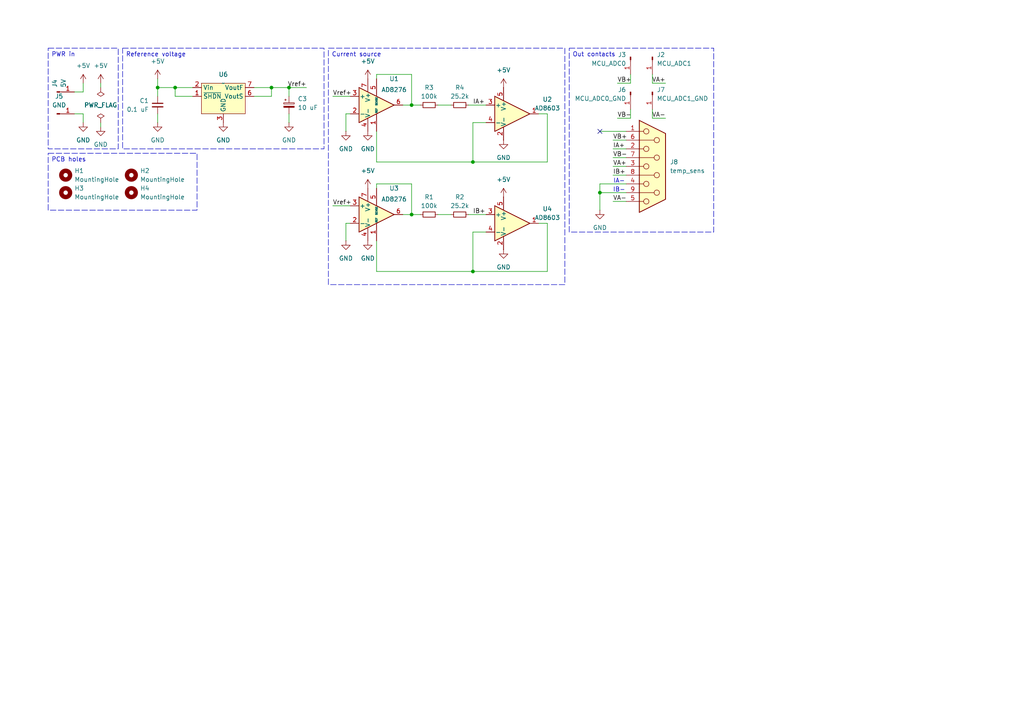
<source format=kicad_sch>
(kicad_sch (version 20250114) (generator "eeschema") (generator_version "9.0")
  (paper "A4")
  (lib_symbols
    (symbol "+5V_1" (power) (pin_numbers (hide yes)) (pin_names (offset 0) (hide yes))
      (property "Value" "+5V" (at 0 3.556 0))
      (symbol "+5V_1_0_1"
        (polyline (pts (xy -0.762 1.27) (xy 0 2.54)))
        (polyline (pts (xy 0 2.54) (xy 0.762 1.27)))
        (polyline (pts (xy 0 0) (xy 0 2.54)))
      )
      (symbol "+5V_1_1_1"
        (pin power_in line (at 0 0 90) (length 0) (name "~") (number "1"))
      )
    )
    (symbol "Amplifier_Difference:AD8276" (pin_names (offset 0.127))
      (property "Reference" "U" (at 7.62 5.08 0))
      (property "Value" "AD8276" (at 7.62 2.54 0))
      (symbol "AD8276_0_1"
        (polyline (pts (xy -5.08 5.08) (xy 5.08 0) (xy -5.08 -5.08) (xy -5.08 5.08)) (stroke (width 0.254)) (fill (type background)))
      )
      (symbol "AD8276_1_1"
        (pin passive line (at -7.62 2.54 0) (length 2.54) (name "+") (number "3"))
        (pin passive line (at -7.62 -2.54 0) (length 2.54) (name "-") (number "2"))
        (pin no_connect line (at -5.08 0 0) (length 2.54) (hide yes) (name "~") (number "8"))
        (pin power_in line (at -2.54 7.62 270) (length 3.81) (name "V+") (number "7"))
        (pin power_in line (at -2.54 -7.62 90) (length 3.81) (name "V-") (number "4"))
        (pin passive line (at 0 7.62 270) (length 5.08) (name "SENSE") (number "5"))
        (pin passive line (at 0 -7.62 90) (length 5.08) (name "REF") (number "1"))
        (pin output line (at 7.62 0 180) (length 2.54) (name "~") (number "6"))
      )
    )
    (symbol "Amplifier_Operational:AD8603" (pin_names (offset 0.127))
      (property "Reference" "U" (at 0 5.08 0))
      (property "Value" "AD8603" (at 0 -5.08 0))
      (symbol "AD8603_0_1"
        (polyline (pts (xy -5.08 5.08) (xy 5.08 0) (xy -5.08 -5.08) (xy -5.08 5.08)) (stroke (width 0.254)) (fill (type background)))
        (pin power_in line (at -2.54 7.62 270) (length 3.81) (name "V+") (number "5"))
        (pin power_in line (at -2.54 -7.62 90) (length 3.81) (name "V-") (number "2"))
      )
      (symbol "AD8603_1_1"
        (pin input line (at -7.62 2.54 0) (length 2.54) (name "+") (number "3"))
        (pin input line (at -7.62 -2.54 0) (length 2.54) (name "-") (number "4"))
        (pin output line (at 7.62 0 180) (length 2.54) (name "~") (number "1"))
      )
    )
    (symbol "Connector:Conn_01x01_Pin" (pin_names (offset 1.016) (hide yes))
      (property "Reference" "J" (at 0 2.54 0))
      (property "Value" "Conn_01x01_Pin" (at 0 -2.54 0))
      (symbol "Conn_01x01_Pin_1_1"
        (rectangle (start 0.8636 0.127) (end 0 -0.127) (stroke (width 0.1524)) (fill (type outline)))
        (polyline (pts (xy 1.27 0) (xy 0.8636 0)) (stroke (width 0.1524)))
        (pin passive line (at 5.08 0 180) (length 3.81) (name "Pin_1") (number "1"))
      )
    )
    (symbol "Connector:DE9_Socket" (pin_names (offset 1.016) (hide yes))
      (property "Reference" "J" (at 0 13.97 0))
      (property "Value" "DE9_Socket" (at 0 -14.605 0))
      (symbol "DE9_Socket_0_1"
        (polyline (pts (xy -3.81 13.335) (xy -3.81 -13.335) (xy 3.81 -9.525) (xy 3.81 9.525) (xy -3.81 13.335)) (stroke (width 0.254)) (fill (type background)))
        (polyline (pts (xy -3.81 10.16) (xy -2.54 10.16)))
        (polyline (pts (xy -3.81 7.62) (xy 0.508 7.62)))
        (polyline (pts (xy -3.81 5.08) (xy -2.54 5.08)))
        (polyline (pts (xy -3.81 2.54) (xy 0.508 2.54)))
        (polyline (pts (xy -3.81 0) (xy -2.54 0)))
        (polyline (pts (xy -3.81 -2.54) (xy 0.508 -2.54)))
        (polyline (pts (xy -3.81 -5.08) (xy -2.54 -5.08)))
        (polyline (pts (xy -3.81 -7.62) (xy 0.508 -7.62)))
        (polyline (pts (xy -3.81 -10.16) (xy -2.54 -10.16)))
        (circle (center -1.778 10.16) (radius 0.762))
        (circle (center -1.778 5.08) (radius 0.762))
        (circle (center -1.778 0) (radius 0.762))
        (circle (center -1.778 -5.08) (radius 0.762))
        (circle (center -1.778 -10.16) (radius 0.762))
        (circle (center 1.27 7.62) (radius 0.762))
        (circle (center 1.27 2.54) (radius 0.762))
        (circle (center 1.27 -2.54) (radius 0.762))
        (circle (center 1.27 -7.62) (radius 0.762))
      )
      (symbol "DE9_Socket_1_1"
        (pin passive line (at -7.62 10.16 0) (length 3.81) (name "1") (number "1"))
        (pin passive line (at -7.62 7.62 0) (length 3.81) (name "6") (number "6"))
        (pin passive line (at -7.62 5.08 0) (length 3.81) (name "2") (number "2"))
        (pin passive line (at -7.62 2.54 0) (length 3.81) (name "7") (number "7"))
        (pin passive line (at -7.62 0 0) (length 3.81) (name "3") (number "3"))
        (pin passive line (at -7.62 -2.54 0) (length 3.81) (name "8") (number "8"))
        (pin passive line (at -7.62 -5.08 0) (length 3.81) (name "4") (number "4"))
        (pin passive line (at -7.62 -7.62 0) (length 3.81) (name "9") (number "9"))
        (pin passive line (at -7.62 -10.16 0) (length 3.81) (name "5") (number "5"))
      )
    )
    (symbol "Device:C_Polarized_Small" (pin_numbers (hide yes)) (pin_names (offset 0.254) (hide yes))
      (property "Reference" "C" (at 0.254 1.778 0))
      (property "Value" "C_Polarized_Small" (at 0.254 -2.032 0))
      (symbol "C_Polarized_Small_0_1"
        (rectangle (start -1.524 0.6858) (end 1.524 0.3048))
        (rectangle (start -1.524 -0.3048) (end 1.524 -0.6858) (fill (type outline)))
        (polyline (pts (xy -1.27 1.524) (xy -0.762 1.524)))
        (polyline (pts (xy -1.016 1.27) (xy -1.016 1.778)))
      )
      (symbol "C_Polarized_Small_1_1"
        (pin passive line (at 0 2.54 270) (length 1.8542) (name "~") (number "1"))
        (pin passive line (at 0 -2.54 90) (length 1.8542) (name "~") (number "2"))
      )
    )
    (symbol "Device:C_Small" (pin_numbers (hide yes)) (pin_names (offset 0.254) (hide yes))
      (property "Reference" "C" (at 0.254 1.778 0))
      (property "Value" "C_Small" (at 0.254 -2.032 0))
      (symbol "C_Small_0_1"
        (polyline (pts (xy -1.524 0.508) (xy 1.524 0.508)) (stroke (width 0.3048)))
        (polyline (pts (xy -1.524 -0.508) (xy 1.524 -0.508)) (stroke (width 0.3302)))
      )
      (symbol "C_Small_1_1"
        (pin passive line (at 0 2.54 270) (length 2.032) (name "~") (number "1"))
        (pin passive line (at 0 -2.54 90) (length 2.032) (name "~") (number "2"))
      )
    )
    (symbol "Device:R_Small" (pin_numbers (hide yes)) (pin_names (offset 0.254) (hide yes))
      (property "Reference" "R" (at 0.762 0.508 0))
      (property "Value" "R_Small" (at 0.762 -1.016 0))
      (symbol "R_Small_0_1"
        (rectangle (start -0.762 1.778) (end 0.762 -1.778) (stroke (width 0.2032)))
      )
      (symbol "R_Small_1_1"
        (pin passive line (at 0 2.54 270) (length 0.762) (name "~") (number "1"))
        (pin passive line (at 0 -2.54 90) (length 0.762) (name "~") (number "2"))
      )
    )
    (symbol "GND_1" (power) (pin_numbers (hide yes)) (pin_names (offset 0) (hide yes))
      (property "Value" "GND" (at 0 -3.81 0))
      (symbol "GND_1_0_1"
        (polyline (pts (xy 0 0) (xy 0 -1.27) (xy 1.27 -1.27) (xy 0 -2.54) (xy -1.27 -1.27) (xy 0 -1.27)))
      )
      (symbol "GND_1_1_1"
        (pin power_in line (at 0 0 270) (length 0) (name "~") (number "1"))
      )
    )
    (symbol "LTC6655_1"
      (property "Reference" "U" (at 0 7.62 0))
      (symbol "LTC6655_1_1_1"
        (rectangle (start -6.35 6.35) (end 6.35 -2.54) (fill (type background)))
        (pin input line (at -8.89 5.08 0) (length 2.54) (name "Vin") (number "2"))
        (pin input line (at -8.89 2.54 0) (length 2.54) (name "~{SHDN}") (number "1"))
        (pin input line (at 0 -5.08 90) (length 2.54) (name "GND") (number "3"))
        (pin input line (at 0 -5.08 90) (length 2.54) (hide yes) (name "GND") (number "4"))
        (pin input line (at 0 -5.08 90) (length 2.54) (hide yes) (name "GND") (number "5"))
        (pin input line (at 0 -5.08 90) (length 2.54) (hide yes) (name "GND") (number "8"))
        (pin output line (at 8.89 5.08 180) (length 2.54) (name "VoutF") (number "7"))
        (pin bidirectional line (at 8.89 2.54 180) (length 2.54) (name "VoutS") (number "6"))
      )
    )
    (symbol "Mechanical:MountingHole" (pin_names (offset 1.016))
      (property "Reference" "H" (at 0 5.08 0))
      (property "Value" "MountingHole" (at 0 3.175 0))
      (symbol "MountingHole_0_1"
        (circle (center 0 0) (radius 1.27) (stroke (width 1.27)))
      )
    )
    (symbol "power:PWR_FLAG" (power) (pin_numbers (hide yes)) (pin_names (offset 0) (hide yes))
      (property "Value" "PWR_FLAG" (at 0 3.81 0))
      (symbol "PWR_FLAG_0_0"
        (pin power_out line (at 0 0 90) (length 0) (name "~") (number "1"))
      )
      (symbol "PWR_FLAG_0_1"
        (polyline (pts (xy 0 0) (xy 0 1.27) (xy -1.016 1.905) (xy 0 2.54) (xy 1.016 1.905) (xy 0 1.27)))
      )
    )
  )
  (text "IB-" (at 179.578 55.118 0) (effects (font (size 1.27 1.27))))
  (text "IA-" (at 179.578 52.578 0) (effects (font (size 1.27 1.27))))
  (text_box "PWR in" (at 13.97 13.97 0) (size 20.32 29.21) (margins 0.9525 0.9525 0.9525 0.9525) (stroke (width 0) (type dash)) (effects (font (size 1.27 1.27)) (justify left top)))
  (text_box "Current source" (at 95.25 13.97 0) (size 68.58 68.58) (margins 0.9525 0.9525 0.9525 0.9525) (stroke (width 0) (type dash)) (effects (font (size 1.27 1.27)) (justify left top)))
  (text_box "Out contacts" (at 165.1 13.97 0) (size 41.91 53.34) (margins 0.9525 0.9525 0.9525 0.9525) (stroke (width 0) (type dash)) (effects (font (size 1.27 1.27)) (justify left top)))
  (text_box "Reference voltage" (at 35.56 13.97 0) (size 58.42 29.21) (margins 0.9525 0.9525 0.9525 0.9525) (stroke (width 0) (type dash)) (effects (font (size 1.27 1.27)) (justify left top)))
  (text_box "PCB holes" (at 13.97 44.45 0) (size 43.18 16.51) (margins 0.9525 0.9525 0.9525 0.9525) (stroke (width 0) (type dash)) (effects (font (size 1.27 1.27)) (justify left top)))
  (junction (at 173.99 55.88))
  (junction (at 78.74 25.4))
  (junction (at 137.16 46.99))
  (junction (at 119.38 30.48))
  (junction (at 50.8 25.4))
  (junction (at 137.16 78.74))
  (junction (at 45.72 25.4))
  (junction (at 83.82 25.4))
  (junction (at 119.38 62.23))
  (no_connect (at 173.99 38.1))
  (wire (pts (xy 177.8 50.8) (xy 181.61 50.8)))
  (wire (pts (xy 83.82 33.02) (xy 83.82 35.56)))
  (wire (pts (xy 182.88 21.59) (xy 182.88 24.13)))
  (wire (pts (xy 158.75 33.02) (xy 158.75 46.99)))
  (wire (pts (xy 50.8 27.94) (xy 50.8 25.4)))
  (wire (pts (xy 21.59 26.67) (xy 24.13 26.67)))
  (wire (pts (xy 137.16 67.31) (xy 140.97 67.31)))
  (wire (pts (xy 119.38 30.48) (xy 121.92 30.48)))
  (wire (pts (xy 109.22 46.99) (xy 109.22 38.1)))
  (wire (pts (xy 173.99 55.88) (xy 173.99 60.96)))
  (wire (pts (xy 179.07 24.13) (xy 182.88 24.13)))
  (wire (pts (xy 119.38 53.34) (xy 119.38 62.23)))
  (wire (pts (xy 96.52 59.69) (xy 101.6 59.69)))
  (wire (pts (xy 96.52 27.94) (xy 101.6 27.94)))
  (wire (pts (xy 24.13 33.02) (xy 24.13 35.56)))
  (wire (pts (xy 45.72 22.86) (xy 45.72 25.4)))
  (wire (pts (xy 177.8 48.26) (xy 181.61 48.26)))
  (wire (pts (xy 109.22 78.74) (xy 109.22 69.85)))
  (wire (pts (xy 137.16 46.99) (xy 109.22 46.99)))
  (wire (pts (xy 21.59 33.02) (xy 24.13 33.02)))
  (wire (pts (xy 119.38 21.59) (xy 119.38 30.48)))
  (wire (pts (xy 29.21 24.13) (xy 29.21 25.4)))
  (wire (pts (xy 73.66 25.4) (xy 78.74 25.4)))
  (wire (pts (xy 182.88 31.75) (xy 182.88 34.29)))
  (wire (pts (xy 137.16 78.74) (xy 137.16 67.31)))
  (wire (pts (xy 173.99 53.34) (xy 181.61 53.34)))
  (wire (pts (xy 100.33 33.02) (xy 100.33 38.1)))
  (wire (pts (xy 137.16 46.99) (xy 137.16 35.56)))
  (wire (pts (xy 173.99 38.1) (xy 181.61 38.1)))
  (wire (pts (xy 127 62.23) (xy 130.81 62.23)))
  (wire (pts (xy 29.21 35.56) (xy 29.21 36.83)))
  (wire (pts (xy 50.8 25.4) (xy 55.88 25.4)))
  (wire (pts (xy 45.72 33.02) (xy 45.72 35.56)))
  (wire (pts (xy 135.89 30.48) (xy 140.97 30.48)))
  (wire (pts (xy 156.21 33.02) (xy 158.75 33.02)))
  (wire (pts (xy 173.99 53.34) (xy 173.99 55.88)))
  (wire (pts (xy 78.74 25.4) (xy 78.74 27.94)))
  (wire (pts (xy 173.99 55.88) (xy 181.61 55.88)))
  (wire (pts (xy 78.74 27.94) (xy 73.66 27.94)))
  (wire (pts (xy 101.6 64.77) (xy 100.33 64.77)))
  (wire (pts (xy 109.22 53.34) (xy 109.22 54.61)))
  (wire (pts (xy 137.16 46.99) (xy 158.75 46.99)))
  (wire (pts (xy 109.22 21.59) (xy 119.38 21.59)))
  (wire (pts (xy 137.16 78.74) (xy 109.22 78.74)))
  (wire (pts (xy 135.89 62.23) (xy 140.97 62.23)))
  (wire (pts (xy 177.8 58.42) (xy 181.61 58.42)))
  (wire (pts (xy 24.13 24.13) (xy 24.13 26.67)))
  (wire (pts (xy 177.8 45.72) (xy 181.61 45.72)))
  (wire (pts (xy 83.82 25.4) (xy 83.82 27.94)))
  (wire (pts (xy 189.23 31.75) (xy 189.23 34.29)))
  (wire (pts (xy 45.72 25.4) (xy 45.72 27.94)))
  (wire (pts (xy 156.21 64.77) (xy 158.75 64.77)))
  (wire (pts (xy 158.75 64.77) (xy 158.75 78.74)))
  (wire (pts (xy 116.84 30.48) (xy 119.38 30.48)))
  (wire (pts (xy 189.23 24.13) (xy 193.04 24.13)))
  (wire (pts (xy 189.23 21.59) (xy 189.23 24.13)))
  (wire (pts (xy 55.88 27.94) (xy 50.8 27.94)))
  (wire (pts (xy 137.16 35.56) (xy 140.97 35.56)))
  (wire (pts (xy 127 30.48) (xy 130.81 30.48)))
  (wire (pts (xy 100.33 64.77) (xy 100.33 69.85)))
  (wire (pts (xy 78.74 25.4) (xy 83.82 25.4)))
  (wire (pts (xy 109.22 21.59) (xy 109.22 22.86)))
  (wire (pts (xy 177.8 40.64) (xy 181.61 40.64)))
  (wire (pts (xy 179.07 34.29) (xy 182.88 34.29)))
  (wire (pts (xy 137.16 78.74) (xy 158.75 78.74)))
  (wire (pts (xy 45.72 25.4) (xy 50.8 25.4)))
  (wire (pts (xy 177.8 43.18) (xy 181.61 43.18)))
  (wire (pts (xy 189.23 34.29) (xy 193.04 34.29)))
  (wire (pts (xy 109.22 53.34) (xy 119.38 53.34)))
  (wire (pts (xy 119.38 62.23) (xy 121.92 62.23)))
  (wire (pts (xy 101.6 33.02) (xy 100.33 33.02)))
  (wire (pts (xy 116.84 62.23) (xy 119.38 62.23)))
  (wire (pts (xy 83.82 25.4) (xy 88.9 25.4)))
  (label "IB+" (at 177.8 50.8 0))
  (label "VA+" (at 177.8 48.26 0))
  (label "VB+" (at 177.8 40.64 0))
  (label "VA-" (at 193.04 34.29 180))
  (label "VA+" (at 193.04 24.13 180))
  (label "VB+" (at 179.07 24.13 0))
  (label "Vref+" (at 88.9 25.4 180))
  (label "Vref+" (at 96.52 27.94 0))
  (label "VB-" (at 177.8 45.72 0))
  (label "VB-" (at 179.07 34.29 0))
  (label "IA+" (at 137.16 30.48 0))
  (label "VA-" (at 177.8 58.42 0))
  (label "IB+" (at 137.16 62.23 0))
  (label "Vref+" (at 96.52 59.69 0))
  (label "IA+" (at 177.8 43.18 0))
  (symbol (lib_id "Device:C_Polarized_Small") (at 83.82 30.48 0) (unit 1)
    (property "Reference" "C3" (at 86.36 28.6639 0) (effects (justify left)))
    (property "Value" "10 uF" (at 86.36 31.2039 0) (effects (justify left)))
    (property "Footprint" "Capacitor_SMD:CP_Elec_4x5.4" (effects (hide yes)))
  )
  (symbol (lib_name "+5V_1") (lib_id "power:+5V") (at 146.05 57.15 0) (unit 1)
    (property "Reference" "#PWR030" (effects (hide yes)))
    (property "Value" "+5V" (at 146.05 52.07 0))
    (property "Description" "Power symbol creates a global label with name \"+5V\"" (effects (hide yes)))
  )
  (symbol (lib_name "GND_1") (lib_id "power:GND") (at 24.13 35.56 0) (unit 1)
    (property "Reference" "#PWR020" (effects (hide yes)))
    (property "Value" "GND" (at 24.13 40.64 0))
    (property "Description" "Power symbol creates a global label with name \"GND\" , ground" (effects (hide yes)))
  )
  (symbol (lib_id "Device:C_Small") (at 45.72 30.48 0) (mirror y) (unit 1)
    (property "Reference" "C1" (at 43.18 29.2163 0) (effects (justify left)))
    (property "Value" "0.1 uF" (at 43.18 31.7563 0) (effects (justify left)))
    (property "Footprint" "Capacitor_SMD:C_0805_2012Metric" (effects (hide yes)))
  )
  (symbol (lib_name "+5V_1") (lib_id "power:+5V") (at 106.68 22.86 0) (unit 1)
    (property "Reference" "#PWR019" (effects (hide yes)))
    (property "Value" "+5V" (at 106.68 17.78 0))
    (property "Description" "Power symbol creates a global label with name \"+5V\"" (effects (hide yes)))
  )
  (symbol (lib_id "power:PWR_FLAG") (at 29.21 35.56 0) (unit 1)
    (property "Reference" "#FLG01" (effects (hide yes)))
    (property "Value" "PWR_FLAG" (at 29.21 30.48 0))
    (property "Description" "Special symbol for telling ERC where power comes from" (effects (hide yes)))
  )
  (symbol (lib_name "+5V_1") (lib_id "power:+5V") (at 24.13 24.13 0) (unit 1)
    (property "Reference" "#PWR013" (effects (hide yes)))
    (property "Value" "+5V" (at 24.13 19.05 0))
    (property "Description" "Power symbol creates a global label with name \"+5V\"" (effects (hide yes)))
  )
  (symbol (lib_name "GND_1") (lib_id "power:GND") (at 29.21 36.83 0) (unit 1)
    (property "Reference" "#PWR021" (effects (hide yes)))
    (property "Value" "GND" (at 29.21 41.91 0))
    (property "Description" "Power symbol creates a global label with name \"GND\" , ground" (effects (hide yes)))
  )
  (symbol (lib_id "Amplifier_Difference:AD8276") (at 109.22 30.48 0) (unit 1)
    (property "Reference" "U1" (at 114.3 22.86 0))
    (property "Value" "AD8276" (at 114.3 26.035 0))
    (property "Footprint" "Package_SO:MSOP-8_3x3mm_P0.65mm" (effects (hide yes)))
    (property "Datasheet" "https://www.analog.com/media/en/technical-documentation/data-sheets/AD8276_8277.pdf" (effects (hide yes)))
  )
  (symbol (lib_id "Connector:Conn_01x01_Pin") (at 189.23 26.67 270) (unit 1)
    (property "Reference" "J7" (at 190.5 26.0349 90) (effects (justify left)))
    (property "Value" "MCU_ADC1_GND" (at 190.5 28.5749 90) (effects (justify left)))
    (property "Footprint" "Connector_PinHeader_2.54mm:PinHeader_1x01_P2.54mm_Vertical" (effects (hide yes)))
  )
  (symbol (lib_name "GND_1") (lib_id "power:GND") (at 146.05 40.64 0) (unit 1)
    (property "Reference" "#PWR032" (effects (hide yes)))
    (property "Value" "GND" (at 146.05 45.72 0))
    (property "Description" "Power symbol creates a global label with name \"GND\" , ground" (effects (hide yes)))
  )
  (symbol (lib_id "Device:R_Small") (at 133.35 62.23 90) (unit 1)
    (property "Reference" "R2" (at 133.35 57.15 90))
    (property "Value" "25.2k" (at 133.35 59.69 90))
    (property "Footprint" "Resistor_SMD:R_0805_2012Metric" (effects (hide yes)))
  )
  (symbol (lib_id "Device:R_Small") (at 124.46 30.48 90) (unit 1)
    (property "Reference" "R3" (at 124.46 25.4 90))
    (property "Value" "100k" (at 124.46 27.94 90))
    (property "Footprint" "Resistor_SMD:R_0805_2012Metric" (effects (hide yes)))
  )
  (symbol (lib_name "+5V_1") (lib_id "power:+5V") (at 106.68 54.61 0) (unit 1)
    (property "Reference" "#PWR018" (effects (hide yes)))
    (property "Value" "+5V" (at 106.68 49.53 0))
    (property "Description" "Power symbol creates a global label with name \"+5V\"" (effects (hide yes)))
  )
  (symbol (lib_id "Connector:Conn_01x01_Pin") (at 182.88 16.51 90) (mirror x) (unit 1)
    (property "Reference" "J3" (at 181.61 15.875 90) (effects (justify left)))
    (property "Value" "MCU_ADC0" (at 181.61 18.415 90) (effects (justify left)))
    (property "Footprint" "Connector_PinHeader_2.54mm:PinHeader_1x01_P2.54mm_Vertical" (effects (hide yes)))
  )
  (symbol (lib_id "power:PWR_FLAG") (at 29.21 25.4 180) (unit 1)
    (property "Reference" "#FLG02" (effects (hide yes)))
    (property "Value" "PWR_FLAG" (at 29.21 30.48 0))
    (property "Description" "Special symbol for telling ERC where power comes from" (effects (hide yes)))
  )
  (symbol (lib_id "Amplifier_Difference:AD8276") (at 109.22 62.23 0) (unit 1)
    (property "Reference" "U3" (at 114.3 54.61 0))
    (property "Value" "AD8276" (at 114.3 57.785 0))
    (property "Footprint" "Package_SO:MSOP-8_3x3mm_P0.65mm" (effects (hide yes)))
    (property "Datasheet" "https://www.analog.com/media/en/technical-documentation/data-sheets/AD8276_8277.pdf" (effects (hide yes)))
  )
  (symbol (lib_name "LTC6655_1") (lib_id "ref:LTC6655") (at 64.77 30.48 0) (unit 1)
    (property "Reference" "U6" (at 64.77 21.59 0))
    (property "Value" "~" (at 64.77 24.13 0))
  )
  (symbol (lib_id "Amplifier_Operational:AD8603") (at 148.59 64.77 0) (unit 1)
    (property "Reference" "U4" (at 158.75 60.5791 0))
    (property "Value" "AD8603" (at 158.75 63.1191 0))
    (property "Footprint" "Package_TO_SOT_SMD:TSOT-23-5" (effects (hide yes)))
    (property "Datasheet" "https://www.analog.com/media/en/technical-documentation/data-sheets/AD8603_8607_8609.pdf" (effects (hide yes)))
  )
  (symbol (lib_id "Device:R_Small") (at 133.35 30.48 90) (unit 1)
    (property "Reference" "R4" (at 133.35 25.4 90))
    (property "Value" "25.2k" (at 133.35 27.94 90))
    (property "Footprint" "Resistor_SMD:R_0805_2012Metric" (effects (hide yes)))
  )
  (symbol (lib_id "Amplifier_Operational:AD8603") (at 148.59 33.02 0) (unit 1)
    (property "Reference" "U2" (at 158.75 28.8291 0))
    (property "Value" "AD8603" (at 158.75 31.3691 0))
    (property "Footprint" "Package_TO_SOT_SMD:TSOT-23-5" (effects (hide yes)))
    (property "Datasheet" "https://www.analog.com/media/en/technical-documentation/data-sheets/AD8603_8607_8609.pdf" (effects (hide yes)))
  )
  (symbol (lib_name "GND_1") (lib_id "power:GND") (at 146.05 72.39 0) (unit 1)
    (property "Reference" "#PWR031" (effects (hide yes)))
    (property "Value" "GND" (at 146.05 77.47 0))
    (property "Description" "Power symbol creates a global label with name \"GND\" , ground" (effects (hide yes)))
  )
  (symbol (lib_id "Device:R_Small") (at 124.46 62.23 90) (unit 1)
    (property "Reference" "R1" (at 124.46 57.15 90))
    (property "Value" "100k" (at 124.46 59.69 90))
    (property "Footprint" "Resistor_SMD:R_0805_2012Metric" (effects (hide yes)))
  )
  (symbol (lib_id "Mechanical:MountingHole") (at 19.05 50.8 0) (unit 1)
    (property "Reference" "H1" (at 21.59 49.53 0) (effects (justify left)))
    (property "Value" "MountingHole" (at 21.59 52.07 0) (effects (justify left)))
    (property "Footprint" "MountingHole:MountingHole_3.2mm_M3" (effects (hide yes)))
  )
  (symbol (lib_name "GND_1") (lib_id "power:GND") (at 83.82 35.56 0) (unit 1)
    (property "Reference" "#PWR024" (effects (hide yes)))
    (property "Value" "GND" (at 83.82 40.64 0))
    (property "Description" "Power symbol creates a global label with name \"GND\" , ground" (effects (hide yes)))
  )
  (symbol (lib_name "+5V_1") (lib_id "power:+5V") (at 146.05 25.4 0) (unit 1)
    (property "Reference" "#PWR029" (effects (hide yes)))
    (property "Value" "+5V" (at 146.05 20.32 0))
    (property "Description" "Power symbol creates a global label with name \"+5V\"" (effects (hide yes)))
  )
  (symbol (lib_name "GND_1") (lib_id "power:GND") (at 106.68 38.1 0) (unit 1)
    (property "Reference" "#PWR025" (effects (hide yes)))
    (property "Value" "GND" (at 106.68 43.18 0))
    (property "Description" "Power symbol creates a global label with name \"GND\" , ground" (effects (hide yes)))
  )
  (symbol (lib_id "Connector:Conn_01x01_Pin") (at 182.88 26.67 90) (mirror x) (unit 1)
    (property "Reference" "J6" (at 181.61 26.035 90) (effects (justify left)))
    (property "Value" "MCU_ADC0_GND" (at 181.61 28.575 90) (effects (justify left)))
    (property "Footprint" "Connector_PinHeader_2.54mm:PinHeader_1x01_P2.54mm_Vertical" (effects (hide yes)))
  )
  (symbol (lib_name "GND_1") (lib_id "power:GND") (at 173.99 60.96 0) (unit 1)
    (property "Reference" "#PWR033" (effects (hide yes)))
    (property "Value" "GND" (at 173.99 66.04 0))
    (property "Description" "Power symbol creates a global label with name \"GND\" , ground" (effects (hide yes)))
  )
  (symbol (lib_id "Mechanical:MountingHole") (at 38.1 55.88 0) (unit 1)
    (property "Reference" "H4" (at 40.64 54.61 0) (effects (justify left)))
    (property "Value" "MountingHole" (at 40.64 57.15 0) (effects (justify left)))
    (property "Footprint" "MountingHole:MountingHole_3.2mm_M3" (effects (hide yes)))
  )
  (symbol (lib_name "GND_1") (lib_id "power:GND") (at 100.33 69.85 0) (unit 1)
    (property "Reference" "#PWR027" (effects (hide yes)))
    (property "Value" "GND" (at 100.33 74.93 0))
    (property "Description" "Power symbol creates a global label with name \"GND\" , ground" (effects (hide yes)))
  )
  (symbol (lib_id "Connector:Conn_01x01_Pin") (at 189.23 16.51 270) (unit 1)
    (property "Reference" "J2" (at 190.5 15.8749 90) (effects (justify left)))
    (property "Value" "MCU_ADC1" (at 190.5 18.4149 90) (effects (justify left)))
    (property "Footprint" "Connector_PinHeader_2.54mm:PinHeader_1x01_P2.54mm_Vertical" (effects (hide yes)))
  )
  (symbol (lib_name "+5V_1") (lib_id "power:+5V") (at 45.72 22.86 0) (unit 1)
    (property "Reference" "#PWR017" (effects (hide yes)))
    (property "Value" "+5V" (at 45.72 17.78 0))
    (property "Description" "Power symbol creates a global label with name \"+5V\"" (effects (hide yes)))
  )
  (symbol (lib_name "GND_1") (lib_id "power:GND") (at 100.33 38.1 0) (unit 1)
    (property "Reference" "#PWR026" (effects (hide yes)))
    (property "Value" "GND" (at 100.33 43.18 0))
    (property "Description" "Power symbol creates a global label with name \"GND\" , ground" (effects (hide yes)))
  )
  (symbol (lib_id "Connector:Conn_01x01_Pin") (at 16.51 26.67 0) (unit 1)
    (property "Reference" "J4" (at 15.875 25.4 90) (effects (justify left)))
    (property "Value" "5V" (at 18.415 25.4 90) (effects (justify left)))
    (property "Footprint" "Connector_PinHeader_2.54mm:PinHeader_1x01_P2.54mm_Vertical" (effects (hide yes)))
  )
  (symbol (lib_id "Connector:DE9_Socket") (at 189.23 48.26 0) (unit 1)
    (property "Reference" "J8" (at 194.31 46.9899 0) (effects (justify left)))
    (property "Value" "temp_sens" (at 194.31 49.5299 0) (effects (justify left)))
    (property "Description" "9-pin D-SUB connector, socket (female)" (effects (hide yes)))
  )
  (symbol (lib_name "+5V_1") (lib_id "power:+5V") (at 29.21 24.13 0) (unit 1)
    (property "Reference" "#PWR015" (effects (hide yes)))
    (property "Value" "+5V" (at 29.21 19.05 0))
    (property "Description" "Power symbol creates a global label with name \"+5V\"" (effects (hide yes)))
  )
  (symbol (lib_name "GND_1") (lib_id "power:GND") (at 106.68 69.85 0) (unit 1)
    (property "Reference" "#PWR028" (effects (hide yes)))
    (property "Value" "GND" (at 106.68 74.93 0))
    (property "Description" "Power symbol creates a global label with name \"GND\" , ground" (effects (hide yes)))
  )
  (symbol (lib_name "GND_1") (lib_id "power:GND") (at 45.72 35.56 0) (unit 1)
    (property "Reference" "#PWR022" (effects (hide yes)))
    (property "Value" "GND" (at 45.72 40.64 0))
    (property "Description" "Power symbol creates a global label with name \"GND\" , ground" (effects (hide yes)))
  )
  (symbol (lib_id "Mechanical:MountingHole") (at 38.1 50.8 0) (unit 1)
    (property "Reference" "H2" (at 40.64 49.53 0) (effects (justify left)))
    (property "Value" "MountingHole" (at 40.64 52.07 0) (effects (justify left)))
    (property "Footprint" "MountingHole:MountingHole_3.2mm_M3" (effects (hide yes)))
  )
  (symbol (lib_id "Connector:Conn_01x01_Pin") (at 16.51 33.02 0) (unit 1)
    (property "Reference" "J5" (at 17.145 27.94 0))
    (property "Value" "GND" (at 17.145 30.48 0))
    (property "Footprint" "Connector_PinHeader_2.54mm:PinHeader_1x01_P2.54mm_Vertical" (effects (hide yes)))
  )
  (symbol (lib_id "Mechanical:MountingHole") (at 19.05 55.88 0) (unit 1)
    (property "Reference" "H3" (at 21.59 54.61 0) (effects (justify left)))
    (property "Value" "MountingHole" (at 21.59 57.15 0) (effects (justify left)))
    (property "Footprint" "MountingHole:MountingHole_3.2mm_M3" (effects (hide yes)))
  )
  (symbol (lib_name "GND_1") (lib_id "power:GND") (at 64.77 35.56 0) (unit 1)
    (property "Reference" "#PWR023" (effects (hide yes)))
    (property "Value" "GND" (at 64.77 40.64 0))
    (property "Description" "Power symbol creates a global label with name \"GND\" , ground" (effects (hide yes)))
  )
)
</source>
